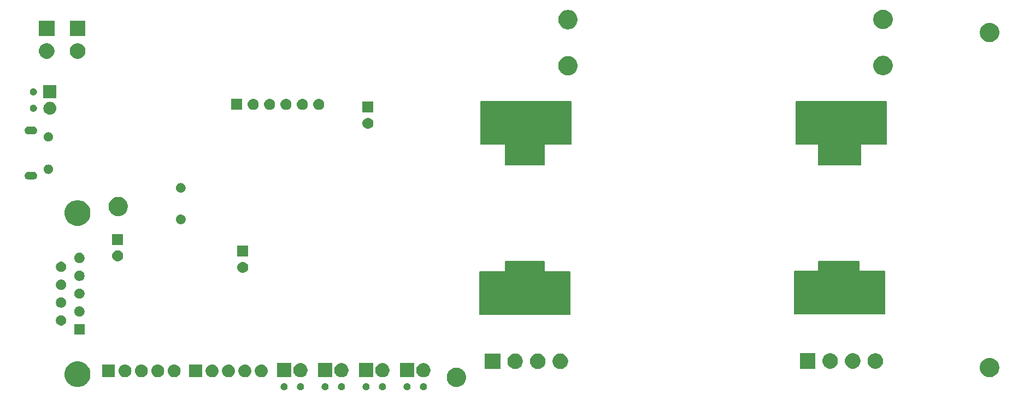
<source format=gbr>
G04 #@! TF.GenerationSoftware,KiCad,Pcbnew,(5.0.1-3-g963ef8bb5)*
G04 #@! TF.CreationDate,2019-03-02T14:14:45+01:00*
G04 #@! TF.ProjectId,Arm_stepper,41726D5F737465707065722E6B696361,rev?*
G04 #@! TF.SameCoordinates,Original*
G04 #@! TF.FileFunction,Soldermask,Bot*
G04 #@! TF.FilePolarity,Negative*
%FSLAX46Y46*%
G04 Gerber Fmt 4.6, Leading zero omitted, Abs format (unit mm)*
G04 Created by KiCad (PCBNEW (5.0.1-3-g963ef8bb5)) date 2019 March 02, Saturday 14:14:45*
%MOMM*%
%LPD*%
G01*
G04 APERTURE LIST*
%ADD10C,0.150000*%
%ADD11C,0.100000*%
G04 APERTURE END LIST*
D10*
G36*
X167500000Y-135500000D02*
X167750000Y-135500000D01*
X167750000Y-137000000D01*
X167500000Y-137000000D01*
X167500000Y-135500000D01*
G37*
X167500000Y-135500000D02*
X167750000Y-135500000D01*
X167750000Y-137000000D01*
X167500000Y-137000000D01*
X167500000Y-135500000D01*
G36*
X162000000Y-135500000D02*
X161500000Y-135500000D01*
X161500000Y-137000000D01*
X162000000Y-137000000D01*
X162000000Y-135500000D01*
G37*
X162000000Y-135500000D02*
X161500000Y-135500000D01*
X161500000Y-137000000D01*
X162000000Y-137000000D01*
X162000000Y-135500000D01*
G36*
X162000000Y-135500000D02*
X167500000Y-135500000D01*
X167500000Y-137000000D01*
X162000000Y-137000000D01*
X162000000Y-135500000D01*
G37*
X162000000Y-135500000D02*
X167500000Y-135500000D01*
X167500000Y-137000000D01*
X162000000Y-137000000D01*
X162000000Y-135500000D01*
G36*
X161500000Y-117500000D02*
X161500000Y-120500000D01*
X168000000Y-120500000D01*
X168000000Y-117000000D01*
X161500000Y-117000000D01*
X161500000Y-117500000D01*
G37*
X161500000Y-117500000D02*
X161500000Y-120500000D01*
X168000000Y-120500000D01*
X168000000Y-117000000D01*
X161500000Y-117000000D01*
X161500000Y-117500000D01*
G36*
X113000000Y-135500000D02*
X119000000Y-135500000D01*
X119000000Y-137500000D01*
X113000000Y-137500000D01*
X113000000Y-135500000D01*
G37*
X113000000Y-135500000D02*
X119000000Y-135500000D01*
X119000000Y-137500000D01*
X113000000Y-137500000D01*
X113000000Y-135500000D01*
G36*
X113000000Y-117000000D02*
X113000000Y-120500000D01*
X119000000Y-120500000D01*
X119000000Y-117000000D01*
X113000000Y-117000000D01*
G37*
X113000000Y-117000000D02*
X113000000Y-120500000D01*
X119000000Y-120500000D01*
X119000000Y-117000000D01*
X113000000Y-117000000D01*
G36*
X158030000Y-110704000D02*
X172000000Y-110704000D01*
X172000000Y-117308000D01*
X158030000Y-117308000D01*
X158030000Y-110704000D01*
G37*
X158030000Y-110704000D02*
X172000000Y-110704000D01*
X172000000Y-117308000D01*
X158030000Y-117308000D01*
X158030000Y-110704000D01*
G36*
X157826800Y-137069200D02*
X171796800Y-137069200D01*
X171796800Y-143673200D01*
X157826800Y-143673200D01*
X157826800Y-137069200D01*
G37*
X157826800Y-137069200D02*
X171796800Y-137069200D01*
X171796800Y-143673200D01*
X157826800Y-143673200D01*
X157826800Y-137069200D01*
G36*
X109016800Y-137109200D02*
X122986800Y-137109200D01*
X122986800Y-143713200D01*
X109016800Y-143713200D01*
X109016800Y-137109200D01*
G37*
X109016800Y-137109200D02*
X122986800Y-137109200D01*
X122986800Y-143713200D01*
X109016800Y-143713200D01*
X109016800Y-137109200D01*
G36*
X109220000Y-110744000D02*
X123190000Y-110744000D01*
X123190000Y-117348000D01*
X109220000Y-117348000D01*
X109220000Y-110744000D01*
G37*
X109220000Y-110744000D02*
X123190000Y-110744000D01*
X123190000Y-117348000D01*
X109220000Y-117348000D01*
X109220000Y-110744000D01*
D11*
G36*
X100379590Y-154397045D02*
X100450429Y-154411136D01*
X100550523Y-154452597D01*
X100640607Y-154512789D01*
X100717211Y-154589393D01*
X100717213Y-154589396D01*
X100777403Y-154679477D01*
X100818864Y-154779571D01*
X100818864Y-154779573D01*
X100840000Y-154885829D01*
X100840000Y-154994171D01*
X100836851Y-155010000D01*
X100818864Y-155100429D01*
X100777403Y-155200523D01*
X100717211Y-155290607D01*
X100640607Y-155367211D01*
X100640604Y-155367213D01*
X100550523Y-155427403D01*
X100450429Y-155468864D01*
X100379590Y-155482955D01*
X100344171Y-155490000D01*
X100235829Y-155490000D01*
X100200410Y-155482955D01*
X100129571Y-155468864D01*
X100029477Y-155427403D01*
X99939396Y-155367213D01*
X99939393Y-155367211D01*
X99862789Y-155290607D01*
X99802597Y-155200523D01*
X99761136Y-155100429D01*
X99743149Y-155010000D01*
X99740000Y-154994171D01*
X99740000Y-154885829D01*
X99761136Y-154779573D01*
X99761136Y-154779571D01*
X99802597Y-154679477D01*
X99862787Y-154589396D01*
X99862789Y-154589393D01*
X99939393Y-154512789D01*
X100029477Y-154452597D01*
X100129571Y-154411136D01*
X100200410Y-154397045D01*
X100235829Y-154390000D01*
X100344171Y-154390000D01*
X100379590Y-154397045D01*
X100379590Y-154397045D01*
G37*
G36*
X97839590Y-154397045D02*
X97910429Y-154411136D01*
X98010523Y-154452597D01*
X98100607Y-154512789D01*
X98177211Y-154589393D01*
X98177213Y-154589396D01*
X98237403Y-154679477D01*
X98278864Y-154779571D01*
X98278864Y-154779573D01*
X98300000Y-154885829D01*
X98300000Y-154994171D01*
X98296851Y-155010000D01*
X98278864Y-155100429D01*
X98237403Y-155200523D01*
X98177211Y-155290607D01*
X98100607Y-155367211D01*
X98100604Y-155367213D01*
X98010523Y-155427403D01*
X97910429Y-155468864D01*
X97839590Y-155482955D01*
X97804171Y-155490000D01*
X97695829Y-155490000D01*
X97660410Y-155482955D01*
X97589571Y-155468864D01*
X97489477Y-155427403D01*
X97399396Y-155367213D01*
X97399393Y-155367211D01*
X97322789Y-155290607D01*
X97262597Y-155200523D01*
X97221136Y-155100429D01*
X97203149Y-155010000D01*
X97200000Y-154994171D01*
X97200000Y-154885829D01*
X97221136Y-154779573D01*
X97221136Y-154779571D01*
X97262597Y-154679477D01*
X97322787Y-154589396D01*
X97322789Y-154589393D01*
X97399393Y-154512789D01*
X97489477Y-154452597D01*
X97589571Y-154411136D01*
X97660410Y-154397045D01*
X97695829Y-154390000D01*
X97804171Y-154390000D01*
X97839590Y-154397045D01*
X97839590Y-154397045D01*
G37*
G36*
X94029590Y-154397045D02*
X94100429Y-154411136D01*
X94200523Y-154452597D01*
X94290607Y-154512789D01*
X94367211Y-154589393D01*
X94367213Y-154589396D01*
X94427403Y-154679477D01*
X94468864Y-154779571D01*
X94468864Y-154779573D01*
X94490000Y-154885829D01*
X94490000Y-154994171D01*
X94486851Y-155010000D01*
X94468864Y-155100429D01*
X94427403Y-155200523D01*
X94367211Y-155290607D01*
X94290607Y-155367211D01*
X94290604Y-155367213D01*
X94200523Y-155427403D01*
X94100429Y-155468864D01*
X94029590Y-155482955D01*
X93994171Y-155490000D01*
X93885829Y-155490000D01*
X93850410Y-155482955D01*
X93779571Y-155468864D01*
X93679477Y-155427403D01*
X93589396Y-155367213D01*
X93589393Y-155367211D01*
X93512789Y-155290607D01*
X93452597Y-155200523D01*
X93411136Y-155100429D01*
X93393149Y-155010000D01*
X93390000Y-154994171D01*
X93390000Y-154885829D01*
X93411136Y-154779573D01*
X93411136Y-154779571D01*
X93452597Y-154679477D01*
X93512787Y-154589396D01*
X93512789Y-154589393D01*
X93589393Y-154512789D01*
X93679477Y-154452597D01*
X93779571Y-154411136D01*
X93850410Y-154397045D01*
X93885829Y-154390000D01*
X93994171Y-154390000D01*
X94029590Y-154397045D01*
X94029590Y-154397045D01*
G37*
G36*
X91489590Y-154397045D02*
X91560429Y-154411136D01*
X91660523Y-154452597D01*
X91750607Y-154512789D01*
X91827211Y-154589393D01*
X91827213Y-154589396D01*
X91887403Y-154679477D01*
X91928864Y-154779571D01*
X91928864Y-154779573D01*
X91950000Y-154885829D01*
X91950000Y-154994171D01*
X91946851Y-155010000D01*
X91928864Y-155100429D01*
X91887403Y-155200523D01*
X91827211Y-155290607D01*
X91750607Y-155367211D01*
X91750604Y-155367213D01*
X91660523Y-155427403D01*
X91560429Y-155468864D01*
X91489590Y-155482955D01*
X91454171Y-155490000D01*
X91345829Y-155490000D01*
X91310410Y-155482955D01*
X91239571Y-155468864D01*
X91139477Y-155427403D01*
X91049396Y-155367213D01*
X91049393Y-155367211D01*
X90972789Y-155290607D01*
X90912597Y-155200523D01*
X90871136Y-155100429D01*
X90853149Y-155010000D01*
X90850000Y-154994171D01*
X90850000Y-154885829D01*
X90871136Y-154779573D01*
X90871136Y-154779571D01*
X90912597Y-154679477D01*
X90972787Y-154589396D01*
X90972789Y-154589393D01*
X91049393Y-154512789D01*
X91139477Y-154452597D01*
X91239571Y-154411136D01*
X91310410Y-154397045D01*
X91345829Y-154390000D01*
X91454171Y-154390000D01*
X91489590Y-154397045D01*
X91489590Y-154397045D01*
G37*
G36*
X87679590Y-154397045D02*
X87750429Y-154411136D01*
X87850523Y-154452597D01*
X87940607Y-154512789D01*
X88017211Y-154589393D01*
X88017213Y-154589396D01*
X88077403Y-154679477D01*
X88118864Y-154779571D01*
X88118864Y-154779573D01*
X88140000Y-154885829D01*
X88140000Y-154994171D01*
X88136851Y-155010000D01*
X88118864Y-155100429D01*
X88077403Y-155200523D01*
X88017211Y-155290607D01*
X87940607Y-155367211D01*
X87940604Y-155367213D01*
X87850523Y-155427403D01*
X87750429Y-155468864D01*
X87679590Y-155482955D01*
X87644171Y-155490000D01*
X87535829Y-155490000D01*
X87500410Y-155482955D01*
X87429571Y-155468864D01*
X87329477Y-155427403D01*
X87239396Y-155367213D01*
X87239393Y-155367211D01*
X87162789Y-155290607D01*
X87102597Y-155200523D01*
X87061136Y-155100429D01*
X87043149Y-155010000D01*
X87040000Y-154994171D01*
X87040000Y-154885829D01*
X87061136Y-154779573D01*
X87061136Y-154779571D01*
X87102597Y-154679477D01*
X87162787Y-154589396D01*
X87162789Y-154589393D01*
X87239393Y-154512789D01*
X87329477Y-154452597D01*
X87429571Y-154411136D01*
X87500410Y-154397045D01*
X87535829Y-154390000D01*
X87644171Y-154390000D01*
X87679590Y-154397045D01*
X87679590Y-154397045D01*
G37*
G36*
X85139590Y-154397045D02*
X85210429Y-154411136D01*
X85310523Y-154452597D01*
X85400607Y-154512789D01*
X85477211Y-154589393D01*
X85477213Y-154589396D01*
X85537403Y-154679477D01*
X85578864Y-154779571D01*
X85578864Y-154779573D01*
X85600000Y-154885829D01*
X85600000Y-154994171D01*
X85596851Y-155010000D01*
X85578864Y-155100429D01*
X85537403Y-155200523D01*
X85477211Y-155290607D01*
X85400607Y-155367211D01*
X85400604Y-155367213D01*
X85310523Y-155427403D01*
X85210429Y-155468864D01*
X85139590Y-155482955D01*
X85104171Y-155490000D01*
X84995829Y-155490000D01*
X84960410Y-155482955D01*
X84889571Y-155468864D01*
X84789477Y-155427403D01*
X84699396Y-155367213D01*
X84699393Y-155367211D01*
X84622789Y-155290607D01*
X84562597Y-155200523D01*
X84521136Y-155100429D01*
X84503149Y-155010000D01*
X84500000Y-154994171D01*
X84500000Y-154885829D01*
X84521136Y-154779573D01*
X84521136Y-154779571D01*
X84562597Y-154679477D01*
X84622787Y-154589396D01*
X84622789Y-154589393D01*
X84699393Y-154512789D01*
X84789477Y-154452597D01*
X84889571Y-154411136D01*
X84960410Y-154397045D01*
X84995829Y-154390000D01*
X85104171Y-154390000D01*
X85139590Y-154397045D01*
X85139590Y-154397045D01*
G37*
G36*
X81329590Y-154397045D02*
X81400429Y-154411136D01*
X81500523Y-154452597D01*
X81590607Y-154512789D01*
X81667211Y-154589393D01*
X81667213Y-154589396D01*
X81727403Y-154679477D01*
X81768864Y-154779571D01*
X81768864Y-154779573D01*
X81790000Y-154885829D01*
X81790000Y-154994171D01*
X81786851Y-155010000D01*
X81768864Y-155100429D01*
X81727403Y-155200523D01*
X81667211Y-155290607D01*
X81590607Y-155367211D01*
X81590604Y-155367213D01*
X81500523Y-155427403D01*
X81400429Y-155468864D01*
X81329590Y-155482955D01*
X81294171Y-155490000D01*
X81185829Y-155490000D01*
X81150410Y-155482955D01*
X81079571Y-155468864D01*
X80979477Y-155427403D01*
X80889396Y-155367213D01*
X80889393Y-155367211D01*
X80812789Y-155290607D01*
X80752597Y-155200523D01*
X80711136Y-155100429D01*
X80693149Y-155010000D01*
X80690000Y-154994171D01*
X80690000Y-154885829D01*
X80711136Y-154779573D01*
X80711136Y-154779571D01*
X80752597Y-154679477D01*
X80812787Y-154589396D01*
X80812789Y-154589393D01*
X80889393Y-154512789D01*
X80979477Y-154452597D01*
X81079571Y-154411136D01*
X81150410Y-154397045D01*
X81185829Y-154390000D01*
X81294171Y-154390000D01*
X81329590Y-154397045D01*
X81329590Y-154397045D01*
G37*
G36*
X78789590Y-154397045D02*
X78860429Y-154411136D01*
X78960523Y-154452597D01*
X79050607Y-154512789D01*
X79127211Y-154589393D01*
X79127213Y-154589396D01*
X79187403Y-154679477D01*
X79228864Y-154779571D01*
X79228864Y-154779573D01*
X79250000Y-154885829D01*
X79250000Y-154994171D01*
X79246851Y-155010000D01*
X79228864Y-155100429D01*
X79187403Y-155200523D01*
X79127211Y-155290607D01*
X79050607Y-155367211D01*
X79050604Y-155367213D01*
X78960523Y-155427403D01*
X78860429Y-155468864D01*
X78789590Y-155482955D01*
X78754171Y-155490000D01*
X78645829Y-155490000D01*
X78610410Y-155482955D01*
X78539571Y-155468864D01*
X78439477Y-155427403D01*
X78349396Y-155367213D01*
X78349393Y-155367211D01*
X78272789Y-155290607D01*
X78212597Y-155200523D01*
X78171136Y-155100429D01*
X78153149Y-155010000D01*
X78150000Y-154994171D01*
X78150000Y-154885829D01*
X78171136Y-154779573D01*
X78171136Y-154779571D01*
X78212597Y-154679477D01*
X78272787Y-154589396D01*
X78272789Y-154589393D01*
X78349393Y-154512789D01*
X78439477Y-154452597D01*
X78539571Y-154411136D01*
X78610410Y-154397045D01*
X78645829Y-154390000D01*
X78754171Y-154390000D01*
X78789590Y-154397045D01*
X78789590Y-154397045D01*
G37*
G36*
X47273378Y-151086859D02*
X47637354Y-151237622D01*
X47964929Y-151456501D01*
X48243499Y-151735071D01*
X48462378Y-152062646D01*
X48613141Y-152426622D01*
X48690000Y-152813016D01*
X48690000Y-153206984D01*
X48613141Y-153593378D01*
X48462378Y-153957354D01*
X48243499Y-154284929D01*
X47964929Y-154563499D01*
X47637354Y-154782378D01*
X47273378Y-154933141D01*
X46886984Y-155010000D01*
X46493016Y-155010000D01*
X46106622Y-154933141D01*
X45742646Y-154782378D01*
X45415071Y-154563499D01*
X45136501Y-154284929D01*
X44917622Y-153957354D01*
X44766859Y-153593378D01*
X44690000Y-153206984D01*
X44690000Y-152813016D01*
X44766859Y-152426622D01*
X44917622Y-152062646D01*
X45136501Y-151735071D01*
X45415071Y-151456501D01*
X45742646Y-151237622D01*
X46106622Y-151086859D01*
X46493016Y-151010000D01*
X46886984Y-151010000D01*
X47273378Y-151086859D01*
X47273378Y-151086859D01*
G37*
G36*
X105740935Y-152038429D02*
X105837534Y-152057644D01*
X105977607Y-152115664D01*
X106069879Y-152153884D01*
X106110517Y-152170717D01*
X106310085Y-152304065D01*
X106356197Y-152334876D01*
X106565124Y-152543803D01*
X106729284Y-152789485D01*
X106842356Y-153062467D01*
X106900000Y-153352261D01*
X106900000Y-153647739D01*
X106842356Y-153937533D01*
X106729284Y-154210515D01*
X106565124Y-154456197D01*
X106356197Y-154665124D01*
X106356194Y-154665126D01*
X106110517Y-154829283D01*
X105837534Y-154942356D01*
X105740935Y-154961571D01*
X105547739Y-155000000D01*
X105252261Y-155000000D01*
X105059065Y-154961571D01*
X104962466Y-154942356D01*
X104689483Y-154829283D01*
X104443806Y-154665126D01*
X104443803Y-154665124D01*
X104234876Y-154456197D01*
X104070716Y-154210515D01*
X103957644Y-153937533D01*
X103900000Y-153647739D01*
X103900000Y-153352261D01*
X103957644Y-153062467D01*
X104070716Y-152789485D01*
X104234876Y-152543803D01*
X104443803Y-152334876D01*
X104489915Y-152304065D01*
X104689483Y-152170717D01*
X104730122Y-152153884D01*
X104822393Y-152115664D01*
X104962466Y-152057644D01*
X105059065Y-152038429D01*
X105252261Y-152000000D01*
X105547739Y-152000000D01*
X105740935Y-152038429D01*
X105740935Y-152038429D01*
G37*
G36*
X79800000Y-153500000D02*
X77600000Y-153500000D01*
X77600000Y-151300000D01*
X79800000Y-151300000D01*
X79800000Y-153500000D01*
X79800000Y-153500000D01*
G37*
G36*
X92500000Y-153500000D02*
X90300000Y-153500000D01*
X90300000Y-151300000D01*
X92500000Y-151300000D01*
X92500000Y-153500000D01*
X92500000Y-153500000D01*
G37*
G36*
X188340935Y-150538429D02*
X188437534Y-150557644D01*
X188563870Y-150609974D01*
X188660437Y-150649973D01*
X188710517Y-150670717D01*
X188952920Y-150832687D01*
X188956197Y-150834876D01*
X189165124Y-151043803D01*
X189165126Y-151043806D01*
X189329283Y-151289483D01*
X189435361Y-151545578D01*
X189442356Y-151562467D01*
X189500000Y-151852261D01*
X189500000Y-152147739D01*
X189471372Y-152291659D01*
X189444527Y-152426622D01*
X189442356Y-152437533D01*
X189329284Y-152710515D01*
X189165124Y-152956197D01*
X188956197Y-153165124D01*
X188956194Y-153165126D01*
X188710517Y-153329283D01*
X188710516Y-153329284D01*
X188710515Y-153329284D01*
X188696553Y-153335067D01*
X188437534Y-153442356D01*
X188360258Y-153457727D01*
X188147739Y-153500000D01*
X187852261Y-153500000D01*
X187639742Y-153457727D01*
X187562466Y-153442356D01*
X187303447Y-153335067D01*
X187289485Y-153329284D01*
X187289484Y-153329284D01*
X187289483Y-153329283D01*
X187043806Y-153165126D01*
X187043803Y-153165124D01*
X186834876Y-152956197D01*
X186670716Y-152710515D01*
X186557644Y-152437533D01*
X186555474Y-152426622D01*
X186528628Y-152291659D01*
X186500000Y-152147739D01*
X186500000Y-151852261D01*
X186557644Y-151562467D01*
X186564640Y-151545578D01*
X186670717Y-151289483D01*
X186834874Y-151043806D01*
X186834876Y-151043803D01*
X187043803Y-150834876D01*
X187047080Y-150832687D01*
X187289483Y-150670717D01*
X187339564Y-150649973D01*
X187436130Y-150609974D01*
X187562466Y-150557644D01*
X187659065Y-150538429D01*
X187852261Y-150500000D01*
X188147739Y-150500000D01*
X188340935Y-150538429D01*
X188340935Y-150538429D01*
G37*
G36*
X100610857Y-151342272D02*
X100811042Y-151425191D01*
X100811045Y-151425193D01*
X100965523Y-151528412D01*
X100991213Y-151545578D01*
X101144422Y-151698787D01*
X101144424Y-151698790D01*
X101144425Y-151698791D01*
X101188634Y-151764955D01*
X101264809Y-151878958D01*
X101347728Y-152079143D01*
X101390000Y-152291658D01*
X101390000Y-152508342D01*
X101347728Y-152720857D01*
X101264809Y-152921042D01*
X101264807Y-152921045D01*
X101170312Y-153062467D01*
X101144422Y-153101213D01*
X100991213Y-153254422D01*
X100811042Y-153374809D01*
X100610857Y-153457728D01*
X100398342Y-153500000D01*
X100181658Y-153500000D01*
X99969143Y-153457728D01*
X99768958Y-153374809D01*
X99588787Y-153254422D01*
X99435578Y-153101213D01*
X99409689Y-153062467D01*
X99315193Y-152921045D01*
X99315191Y-152921042D01*
X99232272Y-152720857D01*
X99190000Y-152508342D01*
X99190000Y-152291658D01*
X99232272Y-152079143D01*
X99315191Y-151878958D01*
X99391366Y-151764955D01*
X99435575Y-151698791D01*
X99435576Y-151698790D01*
X99435578Y-151698787D01*
X99588787Y-151545578D01*
X99614478Y-151528412D01*
X99768955Y-151425193D01*
X99768958Y-151425191D01*
X99969143Y-151342272D01*
X100181658Y-151300000D01*
X100398342Y-151300000D01*
X100610857Y-151342272D01*
X100610857Y-151342272D01*
G37*
G36*
X98850000Y-153500000D02*
X96650000Y-153500000D01*
X96650000Y-151300000D01*
X98850000Y-151300000D01*
X98850000Y-153500000D01*
X98850000Y-153500000D01*
G37*
G36*
X94260857Y-151342272D02*
X94461042Y-151425191D01*
X94461045Y-151425193D01*
X94615523Y-151528412D01*
X94641213Y-151545578D01*
X94794422Y-151698787D01*
X94794424Y-151698790D01*
X94794425Y-151698791D01*
X94838634Y-151764955D01*
X94914809Y-151878958D01*
X94997728Y-152079143D01*
X95040000Y-152291658D01*
X95040000Y-152508342D01*
X94997728Y-152720857D01*
X94914809Y-152921042D01*
X94914807Y-152921045D01*
X94820312Y-153062467D01*
X94794422Y-153101213D01*
X94641213Y-153254422D01*
X94461042Y-153374809D01*
X94260857Y-153457728D01*
X94048342Y-153500000D01*
X93831658Y-153500000D01*
X93619143Y-153457728D01*
X93418958Y-153374809D01*
X93238787Y-153254422D01*
X93085578Y-153101213D01*
X93059689Y-153062467D01*
X92965193Y-152921045D01*
X92965191Y-152921042D01*
X92882272Y-152720857D01*
X92840000Y-152508342D01*
X92840000Y-152291658D01*
X92882272Y-152079143D01*
X92965191Y-151878958D01*
X93041366Y-151764955D01*
X93085575Y-151698791D01*
X93085576Y-151698790D01*
X93085578Y-151698787D01*
X93238787Y-151545578D01*
X93264478Y-151528412D01*
X93418955Y-151425193D01*
X93418958Y-151425191D01*
X93619143Y-151342272D01*
X93831658Y-151300000D01*
X94048342Y-151300000D01*
X94260857Y-151342272D01*
X94260857Y-151342272D01*
G37*
G36*
X86150000Y-153500000D02*
X83950000Y-153500000D01*
X83950000Y-151300000D01*
X86150000Y-151300000D01*
X86150000Y-153500000D01*
X86150000Y-153500000D01*
G37*
G36*
X87910857Y-151342272D02*
X88111042Y-151425191D01*
X88111045Y-151425193D01*
X88265523Y-151528412D01*
X88291213Y-151545578D01*
X88444422Y-151698787D01*
X88444424Y-151698790D01*
X88444425Y-151698791D01*
X88488634Y-151764955D01*
X88564809Y-151878958D01*
X88647728Y-152079143D01*
X88690000Y-152291658D01*
X88690000Y-152508342D01*
X88647728Y-152720857D01*
X88564809Y-152921042D01*
X88564807Y-152921045D01*
X88470312Y-153062467D01*
X88444422Y-153101213D01*
X88291213Y-153254422D01*
X88111042Y-153374809D01*
X87910857Y-153457728D01*
X87698342Y-153500000D01*
X87481658Y-153500000D01*
X87269143Y-153457728D01*
X87068958Y-153374809D01*
X86888787Y-153254422D01*
X86735578Y-153101213D01*
X86709689Y-153062467D01*
X86615193Y-152921045D01*
X86615191Y-152921042D01*
X86532272Y-152720857D01*
X86490000Y-152508342D01*
X86490000Y-152291658D01*
X86532272Y-152079143D01*
X86615191Y-151878958D01*
X86691366Y-151764955D01*
X86735575Y-151698791D01*
X86735576Y-151698790D01*
X86735578Y-151698787D01*
X86888787Y-151545578D01*
X86914478Y-151528412D01*
X87068955Y-151425193D01*
X87068958Y-151425191D01*
X87269143Y-151342272D01*
X87481658Y-151300000D01*
X87698342Y-151300000D01*
X87910857Y-151342272D01*
X87910857Y-151342272D01*
G37*
G36*
X81560857Y-151342272D02*
X81761042Y-151425191D01*
X81761045Y-151425193D01*
X81915523Y-151528412D01*
X81941213Y-151545578D01*
X82094422Y-151698787D01*
X82094424Y-151698790D01*
X82094425Y-151698791D01*
X82138634Y-151764955D01*
X82214809Y-151878958D01*
X82297728Y-152079143D01*
X82340000Y-152291658D01*
X82340000Y-152508342D01*
X82297728Y-152720857D01*
X82214809Y-152921042D01*
X82214807Y-152921045D01*
X82120312Y-153062467D01*
X82094422Y-153101213D01*
X81941213Y-153254422D01*
X81761042Y-153374809D01*
X81560857Y-153457728D01*
X81348342Y-153500000D01*
X81131658Y-153500000D01*
X80919143Y-153457728D01*
X80718958Y-153374809D01*
X80538787Y-153254422D01*
X80385578Y-153101213D01*
X80359689Y-153062467D01*
X80265193Y-152921045D01*
X80265191Y-152921042D01*
X80182272Y-152720857D01*
X80140000Y-152508342D01*
X80140000Y-152291658D01*
X80182272Y-152079143D01*
X80265191Y-151878958D01*
X80341366Y-151764955D01*
X80385575Y-151698791D01*
X80385576Y-151698790D01*
X80385578Y-151698787D01*
X80538787Y-151545578D01*
X80564478Y-151528412D01*
X80718955Y-151425193D01*
X80718958Y-151425191D01*
X80919143Y-151342272D01*
X81131658Y-151300000D01*
X81348342Y-151300000D01*
X81560857Y-151342272D01*
X81560857Y-151342272D01*
G37*
G36*
X70254958Y-151512906D02*
X70275935Y-151514972D01*
X70320240Y-151528412D01*
X70464339Y-151572124D01*
X70637974Y-151664933D01*
X70790166Y-151789834D01*
X70915067Y-151942026D01*
X71007876Y-152115661D01*
X71033460Y-152200000D01*
X71061265Y-152291659D01*
X71065028Y-152304066D01*
X71084326Y-152500000D01*
X71080011Y-152543806D01*
X71065028Y-152695935D01*
X71050740Y-152743035D01*
X71007876Y-152884339D01*
X70915067Y-153057974D01*
X70790166Y-153210166D01*
X70637974Y-153335067D01*
X70464339Y-153427876D01*
X70323035Y-153470740D01*
X70275935Y-153485028D01*
X70254958Y-153487094D01*
X70129100Y-153499490D01*
X70030900Y-153499490D01*
X69905042Y-153487094D01*
X69884065Y-153485028D01*
X69836965Y-153470740D01*
X69695661Y-153427876D01*
X69522026Y-153335067D01*
X69369834Y-153210166D01*
X69244933Y-153057974D01*
X69152124Y-152884339D01*
X69109260Y-152743035D01*
X69094972Y-152695935D01*
X69079989Y-152543806D01*
X69075674Y-152500000D01*
X69094972Y-152304066D01*
X69098736Y-152291659D01*
X69126540Y-152200000D01*
X69152124Y-152115661D01*
X69244933Y-151942026D01*
X69369834Y-151789834D01*
X69522026Y-151664933D01*
X69695661Y-151572124D01*
X69839760Y-151528412D01*
X69884065Y-151514972D01*
X69905042Y-151512906D01*
X70030900Y-151500510D01*
X70129100Y-151500510D01*
X70254958Y-151512906D01*
X70254958Y-151512906D01*
G37*
G36*
X52499490Y-153499490D02*
X50500510Y-153499490D01*
X50500510Y-151500510D01*
X52499490Y-151500510D01*
X52499490Y-153499490D01*
X52499490Y-153499490D01*
G37*
G36*
X59294958Y-151512906D02*
X59315935Y-151514972D01*
X59360240Y-151528412D01*
X59504339Y-151572124D01*
X59677974Y-151664933D01*
X59830166Y-151789834D01*
X59955067Y-151942026D01*
X60047876Y-152115661D01*
X60073460Y-152200000D01*
X60101265Y-152291659D01*
X60105028Y-152304066D01*
X60124326Y-152500000D01*
X60120011Y-152543806D01*
X60105028Y-152695935D01*
X60090740Y-152743035D01*
X60047876Y-152884339D01*
X59955067Y-153057974D01*
X59830166Y-153210166D01*
X59677974Y-153335067D01*
X59504339Y-153427876D01*
X59363035Y-153470740D01*
X59315935Y-153485028D01*
X59294958Y-153487094D01*
X59169100Y-153499490D01*
X59070900Y-153499490D01*
X58945042Y-153487094D01*
X58924065Y-153485028D01*
X58876965Y-153470740D01*
X58735661Y-153427876D01*
X58562026Y-153335067D01*
X58409834Y-153210166D01*
X58284933Y-153057974D01*
X58192124Y-152884339D01*
X58149260Y-152743035D01*
X58134972Y-152695935D01*
X58119989Y-152543806D01*
X58115674Y-152500000D01*
X58134972Y-152304066D01*
X58138736Y-152291659D01*
X58166540Y-152200000D01*
X58192124Y-152115661D01*
X58284933Y-151942026D01*
X58409834Y-151789834D01*
X58562026Y-151664933D01*
X58735661Y-151572124D01*
X58879760Y-151528412D01*
X58924065Y-151514972D01*
X58945042Y-151512906D01*
X59070900Y-151500510D01*
X59169100Y-151500510D01*
X59294958Y-151512906D01*
X59294958Y-151512906D01*
G37*
G36*
X75334958Y-151512906D02*
X75355935Y-151514972D01*
X75400240Y-151528412D01*
X75544339Y-151572124D01*
X75717974Y-151664933D01*
X75870166Y-151789834D01*
X75995067Y-151942026D01*
X76087876Y-152115661D01*
X76113460Y-152200000D01*
X76141265Y-152291659D01*
X76145028Y-152304066D01*
X76164326Y-152500000D01*
X76160011Y-152543806D01*
X76145028Y-152695935D01*
X76130740Y-152743035D01*
X76087876Y-152884339D01*
X75995067Y-153057974D01*
X75870166Y-153210166D01*
X75717974Y-153335067D01*
X75544339Y-153427876D01*
X75403035Y-153470740D01*
X75355935Y-153485028D01*
X75334958Y-153487094D01*
X75209100Y-153499490D01*
X75110900Y-153499490D01*
X74985042Y-153487094D01*
X74964065Y-153485028D01*
X74916965Y-153470740D01*
X74775661Y-153427876D01*
X74602026Y-153335067D01*
X74449834Y-153210166D01*
X74324933Y-153057974D01*
X74232124Y-152884339D01*
X74189260Y-152743035D01*
X74174972Y-152695935D01*
X74159989Y-152543806D01*
X74155674Y-152500000D01*
X74174972Y-152304066D01*
X74178736Y-152291659D01*
X74206540Y-152200000D01*
X74232124Y-152115661D01*
X74324933Y-151942026D01*
X74449834Y-151789834D01*
X74602026Y-151664933D01*
X74775661Y-151572124D01*
X74919760Y-151528412D01*
X74964065Y-151514972D01*
X74985042Y-151512906D01*
X75110900Y-151500510D01*
X75209100Y-151500510D01*
X75334958Y-151512906D01*
X75334958Y-151512906D01*
G37*
G36*
X67714958Y-151512906D02*
X67735935Y-151514972D01*
X67780240Y-151528412D01*
X67924339Y-151572124D01*
X68097974Y-151664933D01*
X68250166Y-151789834D01*
X68375067Y-151942026D01*
X68467876Y-152115661D01*
X68493460Y-152200000D01*
X68521265Y-152291659D01*
X68525028Y-152304066D01*
X68544326Y-152500000D01*
X68540011Y-152543806D01*
X68525028Y-152695935D01*
X68510740Y-152743035D01*
X68467876Y-152884339D01*
X68375067Y-153057974D01*
X68250166Y-153210166D01*
X68097974Y-153335067D01*
X67924339Y-153427876D01*
X67783035Y-153470740D01*
X67735935Y-153485028D01*
X67714958Y-153487094D01*
X67589100Y-153499490D01*
X67490900Y-153499490D01*
X67365042Y-153487094D01*
X67344065Y-153485028D01*
X67296965Y-153470740D01*
X67155661Y-153427876D01*
X66982026Y-153335067D01*
X66829834Y-153210166D01*
X66704933Y-153057974D01*
X66612124Y-152884339D01*
X66569260Y-152743035D01*
X66554972Y-152695935D01*
X66539989Y-152543806D01*
X66535674Y-152500000D01*
X66554972Y-152304066D01*
X66558736Y-152291659D01*
X66586540Y-152200000D01*
X66612124Y-152115661D01*
X66704933Y-151942026D01*
X66829834Y-151789834D01*
X66982026Y-151664933D01*
X67155661Y-151572124D01*
X67299760Y-151528412D01*
X67344065Y-151514972D01*
X67365042Y-151512906D01*
X67490900Y-151500510D01*
X67589100Y-151500510D01*
X67714958Y-151512906D01*
X67714958Y-151512906D01*
G37*
G36*
X72794958Y-151512906D02*
X72815935Y-151514972D01*
X72860240Y-151528412D01*
X73004339Y-151572124D01*
X73177974Y-151664933D01*
X73330166Y-151789834D01*
X73455067Y-151942026D01*
X73547876Y-152115661D01*
X73573460Y-152200000D01*
X73601265Y-152291659D01*
X73605028Y-152304066D01*
X73624326Y-152500000D01*
X73620011Y-152543806D01*
X73605028Y-152695935D01*
X73590740Y-152743035D01*
X73547876Y-152884339D01*
X73455067Y-153057974D01*
X73330166Y-153210166D01*
X73177974Y-153335067D01*
X73004339Y-153427876D01*
X72863035Y-153470740D01*
X72815935Y-153485028D01*
X72794958Y-153487094D01*
X72669100Y-153499490D01*
X72570900Y-153499490D01*
X72445042Y-153487094D01*
X72424065Y-153485028D01*
X72376965Y-153470740D01*
X72235661Y-153427876D01*
X72062026Y-153335067D01*
X71909834Y-153210166D01*
X71784933Y-153057974D01*
X71692124Y-152884339D01*
X71649260Y-152743035D01*
X71634972Y-152695935D01*
X71619989Y-152543806D01*
X71615674Y-152500000D01*
X71634972Y-152304066D01*
X71638736Y-152291659D01*
X71666540Y-152200000D01*
X71692124Y-152115661D01*
X71784933Y-151942026D01*
X71909834Y-151789834D01*
X72062026Y-151664933D01*
X72235661Y-151572124D01*
X72379760Y-151528412D01*
X72424065Y-151514972D01*
X72445042Y-151512906D01*
X72570900Y-151500510D01*
X72669100Y-151500510D01*
X72794958Y-151512906D01*
X72794958Y-151512906D01*
G37*
G36*
X65999490Y-153499490D02*
X64000510Y-153499490D01*
X64000510Y-151500510D01*
X65999490Y-151500510D01*
X65999490Y-153499490D01*
X65999490Y-153499490D01*
G37*
G36*
X61834958Y-151512906D02*
X61855935Y-151514972D01*
X61900240Y-151528412D01*
X62044339Y-151572124D01*
X62217974Y-151664933D01*
X62370166Y-151789834D01*
X62495067Y-151942026D01*
X62587876Y-152115661D01*
X62613460Y-152200000D01*
X62641265Y-152291659D01*
X62645028Y-152304066D01*
X62664326Y-152500000D01*
X62660011Y-152543806D01*
X62645028Y-152695935D01*
X62630740Y-152743035D01*
X62587876Y-152884339D01*
X62495067Y-153057974D01*
X62370166Y-153210166D01*
X62217974Y-153335067D01*
X62044339Y-153427876D01*
X61903035Y-153470740D01*
X61855935Y-153485028D01*
X61834958Y-153487094D01*
X61709100Y-153499490D01*
X61610900Y-153499490D01*
X61485042Y-153487094D01*
X61464065Y-153485028D01*
X61416965Y-153470740D01*
X61275661Y-153427876D01*
X61102026Y-153335067D01*
X60949834Y-153210166D01*
X60824933Y-153057974D01*
X60732124Y-152884339D01*
X60689260Y-152743035D01*
X60674972Y-152695935D01*
X60659989Y-152543806D01*
X60655674Y-152500000D01*
X60674972Y-152304066D01*
X60678736Y-152291659D01*
X60706540Y-152200000D01*
X60732124Y-152115661D01*
X60824933Y-151942026D01*
X60949834Y-151789834D01*
X61102026Y-151664933D01*
X61275661Y-151572124D01*
X61419760Y-151528412D01*
X61464065Y-151514972D01*
X61485042Y-151512906D01*
X61610900Y-151500510D01*
X61709100Y-151500510D01*
X61834958Y-151512906D01*
X61834958Y-151512906D01*
G37*
G36*
X56754958Y-151512906D02*
X56775935Y-151514972D01*
X56820240Y-151528412D01*
X56964339Y-151572124D01*
X57137974Y-151664933D01*
X57290166Y-151789834D01*
X57415067Y-151942026D01*
X57507876Y-152115661D01*
X57533460Y-152200000D01*
X57561265Y-152291659D01*
X57565028Y-152304066D01*
X57584326Y-152500000D01*
X57580011Y-152543806D01*
X57565028Y-152695935D01*
X57550740Y-152743035D01*
X57507876Y-152884339D01*
X57415067Y-153057974D01*
X57290166Y-153210166D01*
X57137974Y-153335067D01*
X56964339Y-153427876D01*
X56823035Y-153470740D01*
X56775935Y-153485028D01*
X56754958Y-153487094D01*
X56629100Y-153499490D01*
X56530900Y-153499490D01*
X56405042Y-153487094D01*
X56384065Y-153485028D01*
X56336965Y-153470740D01*
X56195661Y-153427876D01*
X56022026Y-153335067D01*
X55869834Y-153210166D01*
X55744933Y-153057974D01*
X55652124Y-152884339D01*
X55609260Y-152743035D01*
X55594972Y-152695935D01*
X55579989Y-152543806D01*
X55575674Y-152500000D01*
X55594972Y-152304066D01*
X55598736Y-152291659D01*
X55626540Y-152200000D01*
X55652124Y-152115661D01*
X55744933Y-151942026D01*
X55869834Y-151789834D01*
X56022026Y-151664933D01*
X56195661Y-151572124D01*
X56339760Y-151528412D01*
X56384065Y-151514972D01*
X56405042Y-151512906D01*
X56530900Y-151500510D01*
X56629100Y-151500510D01*
X56754958Y-151512906D01*
X56754958Y-151512906D01*
G37*
G36*
X54214958Y-151512906D02*
X54235935Y-151514972D01*
X54280240Y-151528412D01*
X54424339Y-151572124D01*
X54597974Y-151664933D01*
X54750166Y-151789834D01*
X54875067Y-151942026D01*
X54967876Y-152115661D01*
X54993460Y-152200000D01*
X55021265Y-152291659D01*
X55025028Y-152304066D01*
X55044326Y-152500000D01*
X55040011Y-152543806D01*
X55025028Y-152695935D01*
X55010740Y-152743035D01*
X54967876Y-152884339D01*
X54875067Y-153057974D01*
X54750166Y-153210166D01*
X54597974Y-153335067D01*
X54424339Y-153427876D01*
X54283035Y-153470740D01*
X54235935Y-153485028D01*
X54214958Y-153487094D01*
X54089100Y-153499490D01*
X53990900Y-153499490D01*
X53865042Y-153487094D01*
X53844065Y-153485028D01*
X53796965Y-153470740D01*
X53655661Y-153427876D01*
X53482026Y-153335067D01*
X53329834Y-153210166D01*
X53204933Y-153057974D01*
X53112124Y-152884339D01*
X53069260Y-152743035D01*
X53054972Y-152695935D01*
X53039989Y-152543806D01*
X53035674Y-152500000D01*
X53054972Y-152304066D01*
X53058736Y-152291659D01*
X53086540Y-152200000D01*
X53112124Y-152115661D01*
X53204933Y-151942026D01*
X53329834Y-151789834D01*
X53482026Y-151664933D01*
X53655661Y-151572124D01*
X53799760Y-151528412D01*
X53844065Y-151514972D01*
X53865042Y-151512906D01*
X53990900Y-151500510D01*
X54089100Y-151500510D01*
X54214958Y-151512906D01*
X54214958Y-151512906D01*
G37*
G36*
X121850026Y-149846115D02*
X122068412Y-149936573D01*
X122264958Y-150067901D01*
X122432099Y-150235042D01*
X122563427Y-150431588D01*
X122653885Y-150649974D01*
X122700000Y-150881809D01*
X122700000Y-151118191D01*
X122653885Y-151350026D01*
X122563427Y-151568412D01*
X122432099Y-151764958D01*
X122264958Y-151932099D01*
X122068412Y-152063427D01*
X121850026Y-152153885D01*
X121618191Y-152200000D01*
X121381809Y-152200000D01*
X121149974Y-152153885D01*
X120931588Y-152063427D01*
X120735042Y-151932099D01*
X120567901Y-151764958D01*
X120436573Y-151568412D01*
X120346115Y-151350026D01*
X120300000Y-151118191D01*
X120300000Y-150881809D01*
X120346115Y-150649974D01*
X120436573Y-150431588D01*
X120567901Y-150235042D01*
X120735042Y-150067901D01*
X120931588Y-149936573D01*
X121149974Y-149846115D01*
X121381809Y-149800000D01*
X121618191Y-149800000D01*
X121850026Y-149846115D01*
X121850026Y-149846115D01*
G37*
G36*
X118350026Y-149846115D02*
X118568412Y-149936573D01*
X118764958Y-150067901D01*
X118932099Y-150235042D01*
X119063427Y-150431588D01*
X119153885Y-150649974D01*
X119200000Y-150881809D01*
X119200000Y-151118191D01*
X119153885Y-151350026D01*
X119063427Y-151568412D01*
X118932099Y-151764958D01*
X118764958Y-151932099D01*
X118568412Y-152063427D01*
X118350026Y-152153885D01*
X118118191Y-152200000D01*
X117881809Y-152200000D01*
X117649974Y-152153885D01*
X117431588Y-152063427D01*
X117235042Y-151932099D01*
X117067901Y-151764958D01*
X116936573Y-151568412D01*
X116846115Y-151350026D01*
X116800000Y-151118191D01*
X116800000Y-150881809D01*
X116846115Y-150649974D01*
X116936573Y-150431588D01*
X117067901Y-150235042D01*
X117235042Y-150067901D01*
X117431588Y-149936573D01*
X117649974Y-149846115D01*
X117881809Y-149800000D01*
X118118191Y-149800000D01*
X118350026Y-149846115D01*
X118350026Y-149846115D01*
G37*
G36*
X114850026Y-149846115D02*
X115068412Y-149936573D01*
X115264958Y-150067901D01*
X115432099Y-150235042D01*
X115563427Y-150431588D01*
X115653885Y-150649974D01*
X115700000Y-150881809D01*
X115700000Y-151118191D01*
X115653885Y-151350026D01*
X115563427Y-151568412D01*
X115432099Y-151764958D01*
X115264958Y-151932099D01*
X115068412Y-152063427D01*
X114850026Y-152153885D01*
X114618191Y-152200000D01*
X114381809Y-152200000D01*
X114149974Y-152153885D01*
X113931588Y-152063427D01*
X113735042Y-151932099D01*
X113567901Y-151764958D01*
X113436573Y-151568412D01*
X113346115Y-151350026D01*
X113300000Y-151118191D01*
X113300000Y-150881809D01*
X113346115Y-150649974D01*
X113436573Y-150431588D01*
X113567901Y-150235042D01*
X113735042Y-150067901D01*
X113931588Y-149936573D01*
X114149974Y-149846115D01*
X114381809Y-149800000D01*
X114618191Y-149800000D01*
X114850026Y-149846115D01*
X114850026Y-149846115D01*
G37*
G36*
X112200000Y-152200000D02*
X109800000Y-152200000D01*
X109800000Y-149800000D01*
X112200000Y-149800000D01*
X112200000Y-152200000D01*
X112200000Y-152200000D01*
G37*
G36*
X170660026Y-149806115D02*
X170878412Y-149896573D01*
X171074958Y-150027901D01*
X171242099Y-150195042D01*
X171373427Y-150391588D01*
X171463885Y-150609974D01*
X171510000Y-150841809D01*
X171510000Y-151078191D01*
X171463885Y-151310026D01*
X171373427Y-151528412D01*
X171242099Y-151724958D01*
X171074958Y-151892099D01*
X170878412Y-152023427D01*
X170660026Y-152113885D01*
X170428191Y-152160000D01*
X170191809Y-152160000D01*
X169959974Y-152113885D01*
X169741588Y-152023427D01*
X169545042Y-151892099D01*
X169377901Y-151724958D01*
X169246573Y-151528412D01*
X169156115Y-151310026D01*
X169110000Y-151078191D01*
X169110000Y-150841809D01*
X169156115Y-150609974D01*
X169246573Y-150391588D01*
X169377901Y-150195042D01*
X169545042Y-150027901D01*
X169741588Y-149896573D01*
X169959974Y-149806115D01*
X170191809Y-149760000D01*
X170428191Y-149760000D01*
X170660026Y-149806115D01*
X170660026Y-149806115D01*
G37*
G36*
X167160026Y-149806115D02*
X167378412Y-149896573D01*
X167574958Y-150027901D01*
X167742099Y-150195042D01*
X167873427Y-150391588D01*
X167963885Y-150609974D01*
X168010000Y-150841809D01*
X168010000Y-151078191D01*
X167963885Y-151310026D01*
X167873427Y-151528412D01*
X167742099Y-151724958D01*
X167574958Y-151892099D01*
X167378412Y-152023427D01*
X167160026Y-152113885D01*
X166928191Y-152160000D01*
X166691809Y-152160000D01*
X166459974Y-152113885D01*
X166241588Y-152023427D01*
X166045042Y-151892099D01*
X165877901Y-151724958D01*
X165746573Y-151528412D01*
X165656115Y-151310026D01*
X165610000Y-151078191D01*
X165610000Y-150841809D01*
X165656115Y-150609974D01*
X165746573Y-150391588D01*
X165877901Y-150195042D01*
X166045042Y-150027901D01*
X166241588Y-149896573D01*
X166459974Y-149806115D01*
X166691809Y-149760000D01*
X166928191Y-149760000D01*
X167160026Y-149806115D01*
X167160026Y-149806115D01*
G37*
G36*
X163660026Y-149806115D02*
X163878412Y-149896573D01*
X164074958Y-150027901D01*
X164242099Y-150195042D01*
X164373427Y-150391588D01*
X164463885Y-150609974D01*
X164510000Y-150841809D01*
X164510000Y-151078191D01*
X164463885Y-151310026D01*
X164373427Y-151528412D01*
X164242099Y-151724958D01*
X164074958Y-151892099D01*
X163878412Y-152023427D01*
X163660026Y-152113885D01*
X163428191Y-152160000D01*
X163191809Y-152160000D01*
X162959974Y-152113885D01*
X162741588Y-152023427D01*
X162545042Y-151892099D01*
X162377901Y-151724958D01*
X162246573Y-151528412D01*
X162156115Y-151310026D01*
X162110000Y-151078191D01*
X162110000Y-150841809D01*
X162156115Y-150609974D01*
X162246573Y-150391588D01*
X162377901Y-150195042D01*
X162545042Y-150027901D01*
X162741588Y-149896573D01*
X162959974Y-149806115D01*
X163191809Y-149760000D01*
X163428191Y-149760000D01*
X163660026Y-149806115D01*
X163660026Y-149806115D01*
G37*
G36*
X161010000Y-152160000D02*
X158610000Y-152160000D01*
X158610000Y-149760000D01*
X161010000Y-149760000D01*
X161010000Y-152160000D01*
X161010000Y-152160000D01*
G37*
G36*
X47790000Y-146850000D02*
X46190000Y-146850000D01*
X46190000Y-145250000D01*
X47790000Y-145250000D01*
X47790000Y-146850000D01*
X47790000Y-146850000D01*
G37*
G36*
X44383352Y-143895743D02*
X44528941Y-143956048D01*
X44659973Y-144043601D01*
X44771399Y-144155027D01*
X44858952Y-144286059D01*
X44919257Y-144431648D01*
X44950000Y-144586205D01*
X44950000Y-144743795D01*
X44919257Y-144898352D01*
X44858952Y-145043941D01*
X44771399Y-145174973D01*
X44659973Y-145286399D01*
X44528941Y-145373952D01*
X44383352Y-145434257D01*
X44228795Y-145465000D01*
X44071205Y-145465000D01*
X43916648Y-145434257D01*
X43771059Y-145373952D01*
X43640027Y-145286399D01*
X43528601Y-145174973D01*
X43441048Y-145043941D01*
X43380743Y-144898352D01*
X43350000Y-144743795D01*
X43350000Y-144586205D01*
X43380743Y-144431648D01*
X43441048Y-144286059D01*
X43528601Y-144155027D01*
X43640027Y-144043601D01*
X43771059Y-143956048D01*
X43916648Y-143895743D01*
X44071205Y-143865000D01*
X44228795Y-143865000D01*
X44383352Y-143895743D01*
X44383352Y-143895743D01*
G37*
G36*
X47223352Y-142510743D02*
X47368941Y-142571048D01*
X47499973Y-142658601D01*
X47611399Y-142770027D01*
X47698952Y-142901059D01*
X47759257Y-143046648D01*
X47790000Y-143201205D01*
X47790000Y-143358795D01*
X47759257Y-143513352D01*
X47698952Y-143658941D01*
X47611399Y-143789973D01*
X47499973Y-143901399D01*
X47368941Y-143988952D01*
X47223352Y-144049257D01*
X47068795Y-144080000D01*
X46911205Y-144080000D01*
X46756648Y-144049257D01*
X46611059Y-143988952D01*
X46480027Y-143901399D01*
X46368601Y-143789973D01*
X46281048Y-143658941D01*
X46220743Y-143513352D01*
X46190000Y-143358795D01*
X46190000Y-143201205D01*
X46220743Y-143046648D01*
X46281048Y-142901059D01*
X46368601Y-142770027D01*
X46480027Y-142658601D01*
X46611059Y-142571048D01*
X46756648Y-142510743D01*
X46911205Y-142480000D01*
X47068795Y-142480000D01*
X47223352Y-142510743D01*
X47223352Y-142510743D01*
G37*
G36*
X44383352Y-141125743D02*
X44528941Y-141186048D01*
X44659973Y-141273601D01*
X44771399Y-141385027D01*
X44858952Y-141516059D01*
X44919257Y-141661648D01*
X44950000Y-141816205D01*
X44950000Y-141973795D01*
X44919257Y-142128352D01*
X44858952Y-142273941D01*
X44771399Y-142404973D01*
X44659973Y-142516399D01*
X44528941Y-142603952D01*
X44383352Y-142664257D01*
X44228795Y-142695000D01*
X44071205Y-142695000D01*
X43916648Y-142664257D01*
X43771059Y-142603952D01*
X43640027Y-142516399D01*
X43528601Y-142404973D01*
X43441048Y-142273941D01*
X43380743Y-142128352D01*
X43350000Y-141973795D01*
X43350000Y-141816205D01*
X43380743Y-141661648D01*
X43441048Y-141516059D01*
X43528601Y-141385027D01*
X43640027Y-141273601D01*
X43771059Y-141186048D01*
X43916648Y-141125743D01*
X44071205Y-141095000D01*
X44228795Y-141095000D01*
X44383352Y-141125743D01*
X44383352Y-141125743D01*
G37*
G36*
X47223352Y-139740743D02*
X47368941Y-139801048D01*
X47499973Y-139888601D01*
X47611399Y-140000027D01*
X47698952Y-140131059D01*
X47759257Y-140276648D01*
X47790000Y-140431205D01*
X47790000Y-140588795D01*
X47759257Y-140743352D01*
X47698952Y-140888941D01*
X47611399Y-141019973D01*
X47499973Y-141131399D01*
X47368941Y-141218952D01*
X47223352Y-141279257D01*
X47068795Y-141310000D01*
X46911205Y-141310000D01*
X46756648Y-141279257D01*
X46611059Y-141218952D01*
X46480027Y-141131399D01*
X46368601Y-141019973D01*
X46281048Y-140888941D01*
X46220743Y-140743352D01*
X46190000Y-140588795D01*
X46190000Y-140431205D01*
X46220743Y-140276648D01*
X46281048Y-140131059D01*
X46368601Y-140000027D01*
X46480027Y-139888601D01*
X46611059Y-139801048D01*
X46756648Y-139740743D01*
X46911205Y-139710000D01*
X47068795Y-139710000D01*
X47223352Y-139740743D01*
X47223352Y-139740743D01*
G37*
G36*
X44383352Y-138355743D02*
X44528941Y-138416048D01*
X44659973Y-138503601D01*
X44771399Y-138615027D01*
X44858952Y-138746059D01*
X44919257Y-138891648D01*
X44950000Y-139046205D01*
X44950000Y-139203795D01*
X44919257Y-139358352D01*
X44858952Y-139503941D01*
X44771399Y-139634973D01*
X44659973Y-139746399D01*
X44528941Y-139833952D01*
X44383352Y-139894257D01*
X44228795Y-139925000D01*
X44071205Y-139925000D01*
X43916648Y-139894257D01*
X43771059Y-139833952D01*
X43640027Y-139746399D01*
X43528601Y-139634973D01*
X43441048Y-139503941D01*
X43380743Y-139358352D01*
X43350000Y-139203795D01*
X43350000Y-139046205D01*
X43380743Y-138891648D01*
X43441048Y-138746059D01*
X43528601Y-138615027D01*
X43640027Y-138503601D01*
X43771059Y-138416048D01*
X43916648Y-138355743D01*
X44071205Y-138325000D01*
X44228795Y-138325000D01*
X44383352Y-138355743D01*
X44383352Y-138355743D01*
G37*
G36*
X47223352Y-136970743D02*
X47368941Y-137031048D01*
X47499973Y-137118601D01*
X47611399Y-137230027D01*
X47698952Y-137361059D01*
X47759257Y-137506648D01*
X47790000Y-137661205D01*
X47790000Y-137818795D01*
X47759257Y-137973352D01*
X47698952Y-138118941D01*
X47611399Y-138249973D01*
X47499973Y-138361399D01*
X47368941Y-138448952D01*
X47223352Y-138509257D01*
X47068795Y-138540000D01*
X46911205Y-138540000D01*
X46756648Y-138509257D01*
X46611059Y-138448952D01*
X46480027Y-138361399D01*
X46368601Y-138249973D01*
X46281048Y-138118941D01*
X46220743Y-137973352D01*
X46190000Y-137818795D01*
X46190000Y-137661205D01*
X46220743Y-137506648D01*
X46281048Y-137361059D01*
X46368601Y-137230027D01*
X46480027Y-137118601D01*
X46611059Y-137031048D01*
X46756648Y-136970743D01*
X46911205Y-136940000D01*
X47068795Y-136940000D01*
X47223352Y-136970743D01*
X47223352Y-136970743D01*
G37*
G36*
X72466630Y-135602299D02*
X72626855Y-135650903D01*
X72774520Y-135729831D01*
X72903949Y-135836051D01*
X73010169Y-135965480D01*
X73089097Y-136113145D01*
X73137701Y-136273370D01*
X73154112Y-136440000D01*
X73137701Y-136606630D01*
X73089097Y-136766855D01*
X73010169Y-136914520D01*
X72903949Y-137043949D01*
X72774520Y-137150169D01*
X72626855Y-137229097D01*
X72466630Y-137277701D01*
X72341752Y-137290000D01*
X72258248Y-137290000D01*
X72133370Y-137277701D01*
X71973145Y-137229097D01*
X71825480Y-137150169D01*
X71696051Y-137043949D01*
X71589831Y-136914520D01*
X71510903Y-136766855D01*
X71462299Y-136606630D01*
X71445888Y-136440000D01*
X71462299Y-136273370D01*
X71510903Y-136113145D01*
X71589831Y-135965480D01*
X71696051Y-135836051D01*
X71825480Y-135729831D01*
X71973145Y-135650903D01*
X72133370Y-135602299D01*
X72258248Y-135590000D01*
X72341752Y-135590000D01*
X72466630Y-135602299D01*
X72466630Y-135602299D01*
G37*
G36*
X44383352Y-135585743D02*
X44528941Y-135646048D01*
X44659973Y-135733601D01*
X44771399Y-135845027D01*
X44858952Y-135976059D01*
X44919257Y-136121648D01*
X44950000Y-136276205D01*
X44950000Y-136433795D01*
X44919257Y-136588352D01*
X44858952Y-136733941D01*
X44771399Y-136864973D01*
X44659973Y-136976399D01*
X44528941Y-137063952D01*
X44383352Y-137124257D01*
X44228795Y-137155000D01*
X44071205Y-137155000D01*
X43916648Y-137124257D01*
X43771059Y-137063952D01*
X43640027Y-136976399D01*
X43528601Y-136864973D01*
X43441048Y-136733941D01*
X43380743Y-136588352D01*
X43350000Y-136433795D01*
X43350000Y-136276205D01*
X43380743Y-136121648D01*
X43441048Y-135976059D01*
X43528601Y-135845027D01*
X43640027Y-135733601D01*
X43771059Y-135646048D01*
X43916648Y-135585743D01*
X44071205Y-135555000D01*
X44228795Y-135555000D01*
X44383352Y-135585743D01*
X44383352Y-135585743D01*
G37*
G36*
X47223352Y-134200743D02*
X47368941Y-134261048D01*
X47499973Y-134348601D01*
X47611399Y-134460027D01*
X47698952Y-134591059D01*
X47759257Y-134736648D01*
X47790000Y-134891205D01*
X47790000Y-135048795D01*
X47759257Y-135203352D01*
X47698952Y-135348941D01*
X47611399Y-135479973D01*
X47499973Y-135591399D01*
X47368941Y-135678952D01*
X47223352Y-135739257D01*
X47068795Y-135770000D01*
X46911205Y-135770000D01*
X46756648Y-135739257D01*
X46611059Y-135678952D01*
X46480027Y-135591399D01*
X46368601Y-135479973D01*
X46281048Y-135348941D01*
X46220743Y-135203352D01*
X46190000Y-135048795D01*
X46190000Y-134891205D01*
X46220743Y-134736648D01*
X46281048Y-134591059D01*
X46368601Y-134460027D01*
X46480027Y-134348601D01*
X46611059Y-134261048D01*
X46756648Y-134200743D01*
X46911205Y-134170000D01*
X47068795Y-134170000D01*
X47223352Y-134200743D01*
X47223352Y-134200743D01*
G37*
G36*
X53084990Y-133807699D02*
X53245215Y-133856303D01*
X53392880Y-133935231D01*
X53522309Y-134041451D01*
X53628529Y-134170880D01*
X53707457Y-134318545D01*
X53756061Y-134478770D01*
X53772472Y-134645400D01*
X53756061Y-134812030D01*
X53707457Y-134972255D01*
X53628529Y-135119920D01*
X53522309Y-135249349D01*
X53392880Y-135355569D01*
X53245215Y-135434497D01*
X53084990Y-135483101D01*
X52960112Y-135495400D01*
X52876608Y-135495400D01*
X52751730Y-135483101D01*
X52591505Y-135434497D01*
X52443840Y-135355569D01*
X52314411Y-135249349D01*
X52208191Y-135119920D01*
X52129263Y-134972255D01*
X52080659Y-134812030D01*
X52064248Y-134645400D01*
X52080659Y-134478770D01*
X52129263Y-134318545D01*
X52208191Y-134170880D01*
X52314411Y-134041451D01*
X52443840Y-133935231D01*
X52591505Y-133856303D01*
X52751730Y-133807699D01*
X52876608Y-133795400D01*
X52960112Y-133795400D01*
X53084990Y-133807699D01*
X53084990Y-133807699D01*
G37*
G36*
X73150000Y-134750000D02*
X71450000Y-134750000D01*
X71450000Y-133050000D01*
X73150000Y-133050000D01*
X73150000Y-134750000D01*
X73150000Y-134750000D01*
G37*
G36*
X53768360Y-132955400D02*
X52068360Y-132955400D01*
X52068360Y-131255400D01*
X53768360Y-131255400D01*
X53768360Y-132955400D01*
X53768360Y-132955400D01*
G37*
G36*
X47273378Y-126086859D02*
X47637354Y-126237622D01*
X47964929Y-126456501D01*
X48243499Y-126735071D01*
X48462378Y-127062646D01*
X48613141Y-127426622D01*
X48690000Y-127813016D01*
X48690000Y-128206984D01*
X48613141Y-128593378D01*
X48462378Y-128957354D01*
X48243499Y-129284929D01*
X47964929Y-129563499D01*
X47637354Y-129782378D01*
X47273378Y-129933141D01*
X46886984Y-130010000D01*
X46493016Y-130010000D01*
X46106622Y-129933141D01*
X45742646Y-129782378D01*
X45415071Y-129563499D01*
X45136501Y-129284929D01*
X44917622Y-128957354D01*
X44766859Y-128593378D01*
X44690000Y-128206984D01*
X44690000Y-127813016D01*
X44766859Y-127426622D01*
X44917622Y-127062646D01*
X45136501Y-126735071D01*
X45415071Y-126456501D01*
X45742646Y-126237622D01*
X46106622Y-126086859D01*
X46493016Y-126010000D01*
X46886984Y-126010000D01*
X47273378Y-126086859D01*
X47273378Y-126086859D01*
G37*
G36*
X62833518Y-128248811D02*
X62905967Y-128263222D01*
X62962503Y-128286640D01*
X63042457Y-128319758D01*
X63165300Y-128401839D01*
X63269761Y-128506300D01*
X63351842Y-128629143D01*
X63408378Y-128765634D01*
X63437200Y-128910530D01*
X63437200Y-129058270D01*
X63408378Y-129203166D01*
X63351842Y-129339657D01*
X63269761Y-129462500D01*
X63165300Y-129566961D01*
X63042457Y-129649042D01*
X62962503Y-129682160D01*
X62905967Y-129705578D01*
X62833518Y-129719989D01*
X62761070Y-129734400D01*
X62613330Y-129734400D01*
X62540882Y-129719989D01*
X62468433Y-129705578D01*
X62411897Y-129682160D01*
X62331943Y-129649042D01*
X62209100Y-129566961D01*
X62104639Y-129462500D01*
X62022558Y-129339657D01*
X61966022Y-129203166D01*
X61937200Y-129058270D01*
X61937200Y-128910530D01*
X61966022Y-128765634D01*
X62022558Y-128629143D01*
X62104639Y-128506300D01*
X62209100Y-128401839D01*
X62331943Y-128319758D01*
X62411897Y-128286640D01*
X62468433Y-128263222D01*
X62540882Y-128248811D01*
X62613330Y-128234400D01*
X62761070Y-128234400D01*
X62833518Y-128248811D01*
X62833518Y-128248811D01*
G37*
G36*
X53340935Y-125538429D02*
X53437534Y-125557644D01*
X53710517Y-125670717D01*
X53952920Y-125832687D01*
X53956197Y-125834876D01*
X54165124Y-126043803D01*
X54165126Y-126043806D01*
X54329283Y-126289483D01*
X54442356Y-126562466D01*
X54500000Y-126852263D01*
X54500000Y-127147737D01*
X54444527Y-127426622D01*
X54442356Y-127437533D01*
X54329284Y-127710515D01*
X54165124Y-127956197D01*
X53956197Y-128165124D01*
X53956194Y-128165126D01*
X53710517Y-128329283D01*
X53437534Y-128442356D01*
X53340935Y-128461571D01*
X53147739Y-128500000D01*
X52852261Y-128500000D01*
X52659065Y-128461571D01*
X52562466Y-128442356D01*
X52289483Y-128329283D01*
X52043806Y-128165126D01*
X52043803Y-128165124D01*
X51834876Y-127956197D01*
X51670716Y-127710515D01*
X51557644Y-127437533D01*
X51555474Y-127426622D01*
X51500000Y-127147737D01*
X51500000Y-126852263D01*
X51557644Y-126562466D01*
X51670717Y-126289483D01*
X51834874Y-126043806D01*
X51834876Y-126043803D01*
X52043803Y-125834876D01*
X52047080Y-125832687D01*
X52289483Y-125670717D01*
X52562466Y-125557644D01*
X52659065Y-125538429D01*
X52852261Y-125500000D01*
X53147739Y-125500000D01*
X53340935Y-125538429D01*
X53340935Y-125538429D01*
G37*
G36*
X62833518Y-123368811D02*
X62905967Y-123383222D01*
X62962503Y-123406640D01*
X63042457Y-123439758D01*
X63165300Y-123521839D01*
X63269761Y-123626300D01*
X63351842Y-123749143D01*
X63408378Y-123885634D01*
X63437200Y-124030530D01*
X63437200Y-124178270D01*
X63408378Y-124323166D01*
X63351842Y-124459657D01*
X63269761Y-124582500D01*
X63165300Y-124686961D01*
X63042457Y-124769042D01*
X62962503Y-124802160D01*
X62905967Y-124825578D01*
X62833518Y-124839989D01*
X62761070Y-124854400D01*
X62613330Y-124854400D01*
X62540882Y-124839989D01*
X62468433Y-124825578D01*
X62411897Y-124802160D01*
X62331943Y-124769042D01*
X62209100Y-124686961D01*
X62104639Y-124582500D01*
X62022558Y-124459657D01*
X61966022Y-124323166D01*
X61937200Y-124178270D01*
X61937200Y-124030530D01*
X61966022Y-123885634D01*
X62022558Y-123749143D01*
X62104639Y-123626300D01*
X62209100Y-123521839D01*
X62331943Y-123439758D01*
X62411897Y-123406640D01*
X62468433Y-123383222D01*
X62540882Y-123368811D01*
X62613330Y-123354400D01*
X62761070Y-123354400D01*
X62833518Y-123368811D01*
X62833518Y-123368811D01*
G37*
G36*
X39930121Y-121608682D02*
X40043221Y-121642990D01*
X40147455Y-121698704D01*
X40238817Y-121773683D01*
X40313796Y-121865045D01*
X40369510Y-121969279D01*
X40403818Y-122082379D01*
X40415403Y-122200000D01*
X40403818Y-122317621D01*
X40369510Y-122430721D01*
X40313796Y-122534955D01*
X40238817Y-122626317D01*
X40147455Y-122701296D01*
X40043221Y-122757010D01*
X39930121Y-122791318D01*
X39841974Y-122800000D01*
X39083026Y-122800000D01*
X38994879Y-122791318D01*
X38881779Y-122757010D01*
X38777545Y-122701296D01*
X38686183Y-122626317D01*
X38611204Y-122534955D01*
X38555490Y-122430721D01*
X38521182Y-122317621D01*
X38509597Y-122200000D01*
X38521182Y-122082379D01*
X38555490Y-121969279D01*
X38611204Y-121865045D01*
X38686183Y-121773683D01*
X38777545Y-121698704D01*
X38881779Y-121642990D01*
X38994879Y-121608682D01*
X39083026Y-121600000D01*
X39841974Y-121600000D01*
X39930121Y-121608682D01*
X39930121Y-121608682D01*
G37*
G36*
X42289934Y-120486144D02*
X42373975Y-120502861D01*
X42505916Y-120557513D01*
X42505917Y-120557514D01*
X42624664Y-120636858D01*
X42725642Y-120737836D01*
X42725644Y-120737839D01*
X42804987Y-120856584D01*
X42859639Y-120988525D01*
X42887500Y-121128594D01*
X42887500Y-121271406D01*
X42859639Y-121411475D01*
X42804987Y-121543416D01*
X42738454Y-121642990D01*
X42725642Y-121662164D01*
X42624664Y-121763142D01*
X42624661Y-121763144D01*
X42505916Y-121842487D01*
X42373975Y-121897139D01*
X42289934Y-121913856D01*
X42233908Y-121925000D01*
X42091092Y-121925000D01*
X42035066Y-121913856D01*
X41951025Y-121897139D01*
X41819084Y-121842487D01*
X41700339Y-121763144D01*
X41700336Y-121763142D01*
X41599358Y-121662164D01*
X41586546Y-121642990D01*
X41520013Y-121543416D01*
X41465361Y-121411475D01*
X41437500Y-121271406D01*
X41437500Y-121128594D01*
X41465361Y-120988525D01*
X41520013Y-120856584D01*
X41599356Y-120737839D01*
X41599358Y-120737836D01*
X41700336Y-120636858D01*
X41819083Y-120557514D01*
X41819084Y-120557513D01*
X41951025Y-120502861D01*
X42035066Y-120486144D01*
X42091092Y-120475000D01*
X42233908Y-120475000D01*
X42289934Y-120486144D01*
X42289934Y-120486144D01*
G37*
G36*
X42289934Y-115486144D02*
X42373975Y-115502861D01*
X42505916Y-115557513D01*
X42505917Y-115557514D01*
X42624664Y-115636858D01*
X42725642Y-115737836D01*
X42725644Y-115737839D01*
X42804987Y-115856584D01*
X42859639Y-115988525D01*
X42887500Y-116128594D01*
X42887500Y-116271406D01*
X42859639Y-116411475D01*
X42804987Y-116543416D01*
X42804986Y-116543417D01*
X42725642Y-116662164D01*
X42624664Y-116763142D01*
X42624661Y-116763144D01*
X42505916Y-116842487D01*
X42373975Y-116897139D01*
X42289934Y-116913856D01*
X42233908Y-116925000D01*
X42091092Y-116925000D01*
X42035066Y-116913856D01*
X41951025Y-116897139D01*
X41819084Y-116842487D01*
X41700339Y-116763144D01*
X41700336Y-116763142D01*
X41599358Y-116662164D01*
X41520014Y-116543417D01*
X41520013Y-116543416D01*
X41465361Y-116411475D01*
X41437500Y-116271406D01*
X41437500Y-116128594D01*
X41465361Y-115988525D01*
X41520013Y-115856584D01*
X41599356Y-115737839D01*
X41599358Y-115737836D01*
X41700336Y-115636858D01*
X41819083Y-115557514D01*
X41819084Y-115557513D01*
X41951025Y-115502861D01*
X42035066Y-115486144D01*
X42091092Y-115475000D01*
X42233908Y-115475000D01*
X42289934Y-115486144D01*
X42289934Y-115486144D01*
G37*
G36*
X39930121Y-114608682D02*
X40043221Y-114642990D01*
X40147455Y-114698704D01*
X40238817Y-114773683D01*
X40313796Y-114865045D01*
X40369510Y-114969279D01*
X40403818Y-115082379D01*
X40415403Y-115200000D01*
X40403818Y-115317621D01*
X40369510Y-115430721D01*
X40313796Y-115534955D01*
X40238817Y-115626317D01*
X40147455Y-115701296D01*
X40043221Y-115757010D01*
X39930121Y-115791318D01*
X39841974Y-115800000D01*
X39083026Y-115800000D01*
X38994879Y-115791318D01*
X38881779Y-115757010D01*
X38777545Y-115701296D01*
X38686183Y-115626317D01*
X38611204Y-115534955D01*
X38555490Y-115430721D01*
X38521182Y-115317621D01*
X38509597Y-115200000D01*
X38521182Y-115082379D01*
X38555490Y-114969279D01*
X38611204Y-114865045D01*
X38686183Y-114773683D01*
X38777545Y-114698704D01*
X38881779Y-114642990D01*
X38994879Y-114608682D01*
X39083026Y-114600000D01*
X39841974Y-114600000D01*
X39930121Y-114608682D01*
X39930121Y-114608682D01*
G37*
G36*
X91860630Y-113259099D02*
X92020855Y-113307703D01*
X92168520Y-113386631D01*
X92297949Y-113492851D01*
X92404169Y-113622280D01*
X92483097Y-113769945D01*
X92531701Y-113930170D01*
X92548112Y-114096800D01*
X92531701Y-114263430D01*
X92483097Y-114423655D01*
X92404169Y-114571320D01*
X92297949Y-114700749D01*
X92168520Y-114806969D01*
X92020855Y-114885897D01*
X91860630Y-114934501D01*
X91735752Y-114946800D01*
X91652248Y-114946800D01*
X91527370Y-114934501D01*
X91367145Y-114885897D01*
X91219480Y-114806969D01*
X91090051Y-114700749D01*
X90983831Y-114571320D01*
X90904903Y-114423655D01*
X90856299Y-114263430D01*
X90839888Y-114096800D01*
X90856299Y-113930170D01*
X90904903Y-113769945D01*
X90983831Y-113622280D01*
X91090051Y-113492851D01*
X91219480Y-113386631D01*
X91367145Y-113307703D01*
X91527370Y-113259099D01*
X91652248Y-113246800D01*
X91735752Y-113246800D01*
X91860630Y-113259099D01*
X91860630Y-113259099D01*
G37*
G36*
X42574958Y-110752906D02*
X42595935Y-110754972D01*
X42643035Y-110769260D01*
X42784339Y-110812124D01*
X42957974Y-110904933D01*
X43110166Y-111029834D01*
X43235067Y-111182026D01*
X43327876Y-111355661D01*
X43385028Y-111544066D01*
X43404326Y-111740000D01*
X43385028Y-111935934D01*
X43327876Y-112124339D01*
X43235067Y-112297974D01*
X43110166Y-112450166D01*
X42957974Y-112575067D01*
X42784339Y-112667876D01*
X42643035Y-112710740D01*
X42595935Y-112725028D01*
X42574958Y-112727094D01*
X42449100Y-112739490D01*
X42350900Y-112739490D01*
X42225042Y-112727094D01*
X42204065Y-112725028D01*
X42156965Y-112710740D01*
X42015661Y-112667876D01*
X41842026Y-112575067D01*
X41689834Y-112450166D01*
X41564933Y-112297974D01*
X41472124Y-112124339D01*
X41414972Y-111935934D01*
X41395674Y-111740000D01*
X41414972Y-111544066D01*
X41472124Y-111355661D01*
X41564933Y-111182026D01*
X41689834Y-111029834D01*
X41842026Y-110904933D01*
X42015661Y-110812124D01*
X42156965Y-110769260D01*
X42204065Y-110754972D01*
X42225042Y-110752906D01*
X42350900Y-110740510D01*
X42449100Y-110740510D01*
X42574958Y-110752906D01*
X42574958Y-110752906D01*
G37*
G36*
X92544000Y-112406800D02*
X90844000Y-112406800D01*
X90844000Y-110706800D01*
X92544000Y-110706800D01*
X92544000Y-112406800D01*
X92544000Y-112406800D01*
G37*
G36*
X39949590Y-111197045D02*
X40020429Y-111211136D01*
X40120523Y-111252597D01*
X40210607Y-111312789D01*
X40287211Y-111389393D01*
X40287213Y-111389396D01*
X40347403Y-111479477D01*
X40388864Y-111579571D01*
X40410000Y-111685830D01*
X40410000Y-111794170D01*
X40388864Y-111900429D01*
X40372681Y-111939497D01*
X40347403Y-112000523D01*
X40287211Y-112090607D01*
X40210607Y-112167211D01*
X40210604Y-112167213D01*
X40120523Y-112227403D01*
X40020429Y-112268864D01*
X39949590Y-112282955D01*
X39914171Y-112290000D01*
X39805829Y-112290000D01*
X39770410Y-112282955D01*
X39699571Y-112268864D01*
X39599477Y-112227403D01*
X39509396Y-112167213D01*
X39509393Y-112167211D01*
X39432789Y-112090607D01*
X39372597Y-112000523D01*
X39347319Y-111939497D01*
X39331136Y-111900429D01*
X39310000Y-111794170D01*
X39310000Y-111685830D01*
X39331136Y-111579571D01*
X39372597Y-111479477D01*
X39432787Y-111389396D01*
X39432789Y-111389393D01*
X39509393Y-111312789D01*
X39599477Y-111252597D01*
X39699571Y-111211136D01*
X39770410Y-111197045D01*
X39805829Y-111190000D01*
X39914171Y-111190000D01*
X39949590Y-111197045D01*
X39949590Y-111197045D01*
G37*
G36*
X84240630Y-110312699D02*
X84400855Y-110361303D01*
X84548520Y-110440231D01*
X84677949Y-110546451D01*
X84784169Y-110675880D01*
X84863097Y-110823545D01*
X84911701Y-110983770D01*
X84928112Y-111150400D01*
X84911701Y-111317030D01*
X84863097Y-111477255D01*
X84784169Y-111624920D01*
X84677949Y-111754349D01*
X84548520Y-111860569D01*
X84400855Y-111939497D01*
X84240630Y-111988101D01*
X84115752Y-112000400D01*
X84032248Y-112000400D01*
X83907370Y-111988101D01*
X83747145Y-111939497D01*
X83599480Y-111860569D01*
X83470051Y-111754349D01*
X83363831Y-111624920D01*
X83284903Y-111477255D01*
X83236299Y-111317030D01*
X83219888Y-111150400D01*
X83236299Y-110983770D01*
X83284903Y-110823545D01*
X83363831Y-110675880D01*
X83470051Y-110546451D01*
X83599480Y-110440231D01*
X83747145Y-110361303D01*
X83907370Y-110312699D01*
X84032248Y-110300400D01*
X84115752Y-110300400D01*
X84240630Y-110312699D01*
X84240630Y-110312699D01*
G37*
G36*
X79160630Y-110312699D02*
X79320855Y-110361303D01*
X79468520Y-110440231D01*
X79597949Y-110546451D01*
X79704169Y-110675880D01*
X79783097Y-110823545D01*
X79831701Y-110983770D01*
X79848112Y-111150400D01*
X79831701Y-111317030D01*
X79783097Y-111477255D01*
X79704169Y-111624920D01*
X79597949Y-111754349D01*
X79468520Y-111860569D01*
X79320855Y-111939497D01*
X79160630Y-111988101D01*
X79035752Y-112000400D01*
X78952248Y-112000400D01*
X78827370Y-111988101D01*
X78667145Y-111939497D01*
X78519480Y-111860569D01*
X78390051Y-111754349D01*
X78283831Y-111624920D01*
X78204903Y-111477255D01*
X78156299Y-111317030D01*
X78139888Y-111150400D01*
X78156299Y-110983770D01*
X78204903Y-110823545D01*
X78283831Y-110675880D01*
X78390051Y-110546451D01*
X78519480Y-110440231D01*
X78667145Y-110361303D01*
X78827370Y-110312699D01*
X78952248Y-110300400D01*
X79035752Y-110300400D01*
X79160630Y-110312699D01*
X79160630Y-110312699D01*
G37*
G36*
X76620630Y-110312699D02*
X76780855Y-110361303D01*
X76928520Y-110440231D01*
X77057949Y-110546451D01*
X77164169Y-110675880D01*
X77243097Y-110823545D01*
X77291701Y-110983770D01*
X77308112Y-111150400D01*
X77291701Y-111317030D01*
X77243097Y-111477255D01*
X77164169Y-111624920D01*
X77057949Y-111754349D01*
X76928520Y-111860569D01*
X76780855Y-111939497D01*
X76620630Y-111988101D01*
X76495752Y-112000400D01*
X76412248Y-112000400D01*
X76287370Y-111988101D01*
X76127145Y-111939497D01*
X75979480Y-111860569D01*
X75850051Y-111754349D01*
X75743831Y-111624920D01*
X75664903Y-111477255D01*
X75616299Y-111317030D01*
X75599888Y-111150400D01*
X75616299Y-110983770D01*
X75664903Y-110823545D01*
X75743831Y-110675880D01*
X75850051Y-110546451D01*
X75979480Y-110440231D01*
X76127145Y-110361303D01*
X76287370Y-110312699D01*
X76412248Y-110300400D01*
X76495752Y-110300400D01*
X76620630Y-110312699D01*
X76620630Y-110312699D01*
G37*
G36*
X74080630Y-110312699D02*
X74240855Y-110361303D01*
X74388520Y-110440231D01*
X74517949Y-110546451D01*
X74624169Y-110675880D01*
X74703097Y-110823545D01*
X74751701Y-110983770D01*
X74768112Y-111150400D01*
X74751701Y-111317030D01*
X74703097Y-111477255D01*
X74624169Y-111624920D01*
X74517949Y-111754349D01*
X74388520Y-111860569D01*
X74240855Y-111939497D01*
X74080630Y-111988101D01*
X73955752Y-112000400D01*
X73872248Y-112000400D01*
X73747370Y-111988101D01*
X73587145Y-111939497D01*
X73439480Y-111860569D01*
X73310051Y-111754349D01*
X73203831Y-111624920D01*
X73124903Y-111477255D01*
X73076299Y-111317030D01*
X73059888Y-111150400D01*
X73076299Y-110983770D01*
X73124903Y-110823545D01*
X73203831Y-110675880D01*
X73310051Y-110546451D01*
X73439480Y-110440231D01*
X73587145Y-110361303D01*
X73747370Y-110312699D01*
X73872248Y-110300400D01*
X73955752Y-110300400D01*
X74080630Y-110312699D01*
X74080630Y-110312699D01*
G37*
G36*
X72224000Y-112000400D02*
X70524000Y-112000400D01*
X70524000Y-110300400D01*
X72224000Y-110300400D01*
X72224000Y-112000400D01*
X72224000Y-112000400D01*
G37*
G36*
X81700630Y-110312699D02*
X81860855Y-110361303D01*
X82008520Y-110440231D01*
X82137949Y-110546451D01*
X82244169Y-110675880D01*
X82323097Y-110823545D01*
X82371701Y-110983770D01*
X82388112Y-111150400D01*
X82371701Y-111317030D01*
X82323097Y-111477255D01*
X82244169Y-111624920D01*
X82137949Y-111754349D01*
X82008520Y-111860569D01*
X81860855Y-111939497D01*
X81700630Y-111988101D01*
X81575752Y-112000400D01*
X81492248Y-112000400D01*
X81367370Y-111988101D01*
X81207145Y-111939497D01*
X81059480Y-111860569D01*
X80930051Y-111754349D01*
X80823831Y-111624920D01*
X80744903Y-111477255D01*
X80696299Y-111317030D01*
X80679888Y-111150400D01*
X80696299Y-110983770D01*
X80744903Y-110823545D01*
X80823831Y-110675880D01*
X80930051Y-110546451D01*
X81059480Y-110440231D01*
X81207145Y-110361303D01*
X81367370Y-110312699D01*
X81492248Y-110300400D01*
X81575752Y-110300400D01*
X81700630Y-110312699D01*
X81700630Y-110312699D01*
G37*
G36*
X43399490Y-110199490D02*
X41400510Y-110199490D01*
X41400510Y-108200510D01*
X43399490Y-108200510D01*
X43399490Y-110199490D01*
X43399490Y-110199490D01*
G37*
G36*
X39949590Y-108657045D02*
X40020429Y-108671136D01*
X40120523Y-108712597D01*
X40210607Y-108772789D01*
X40287211Y-108849393D01*
X40287213Y-108849396D01*
X40347403Y-108939477D01*
X40388864Y-109039571D01*
X40410000Y-109145830D01*
X40410000Y-109254170D01*
X40388864Y-109360429D01*
X40347403Y-109460523D01*
X40287211Y-109550607D01*
X40210607Y-109627211D01*
X40210604Y-109627213D01*
X40120523Y-109687403D01*
X40020429Y-109728864D01*
X39949590Y-109742955D01*
X39914171Y-109750000D01*
X39805829Y-109750000D01*
X39770410Y-109742955D01*
X39699571Y-109728864D01*
X39599477Y-109687403D01*
X39509396Y-109627213D01*
X39509393Y-109627211D01*
X39432789Y-109550607D01*
X39372597Y-109460523D01*
X39331136Y-109360429D01*
X39310000Y-109254170D01*
X39310000Y-109145830D01*
X39331136Y-109039571D01*
X39372597Y-108939477D01*
X39432787Y-108849396D01*
X39432789Y-108849393D01*
X39509393Y-108772789D01*
X39599477Y-108712597D01*
X39699571Y-108671136D01*
X39770410Y-108657045D01*
X39805829Y-108650000D01*
X39914171Y-108650000D01*
X39949590Y-108657045D01*
X39949590Y-108657045D01*
G37*
G36*
X123022905Y-103694556D02*
X123119496Y-103713769D01*
X123232559Y-103760602D01*
X123392454Y-103826832D01*
X123638114Y-103990977D01*
X123847023Y-104199886D01*
X124011168Y-104445546D01*
X124124231Y-104718505D01*
X124181870Y-105008274D01*
X124181870Y-105303726D01*
X124124231Y-105593495D01*
X124011168Y-105866454D01*
X123847023Y-106112114D01*
X123638114Y-106321023D01*
X123392454Y-106485168D01*
X123232559Y-106551398D01*
X123119496Y-106598231D01*
X123030818Y-106615870D01*
X122829726Y-106655870D01*
X122534274Y-106655870D01*
X122333182Y-106615870D01*
X122244504Y-106598231D01*
X122131441Y-106551398D01*
X121971546Y-106485168D01*
X121725886Y-106321023D01*
X121516977Y-106112114D01*
X121352832Y-105866454D01*
X121239769Y-105593495D01*
X121182130Y-105303726D01*
X121182130Y-105008274D01*
X121239769Y-104718505D01*
X121352832Y-104445546D01*
X121516977Y-104199886D01*
X121725886Y-103990977D01*
X121971546Y-103826832D01*
X122131441Y-103760602D01*
X122244504Y-103713769D01*
X122341095Y-103694556D01*
X122534274Y-103656130D01*
X122829726Y-103656130D01*
X123022905Y-103694556D01*
X123022905Y-103694556D01*
G37*
G36*
X171832905Y-103654556D02*
X171929496Y-103673769D01*
X172026064Y-103713769D01*
X172202454Y-103786832D01*
X172448114Y-103950977D01*
X172657023Y-104159886D01*
X172821168Y-104405546D01*
X172934231Y-104678505D01*
X172991870Y-104968274D01*
X172991870Y-105263726D01*
X172934231Y-105553495D01*
X172821168Y-105826454D01*
X172657023Y-106072114D01*
X172448114Y-106281023D01*
X172202454Y-106445168D01*
X172105885Y-106485168D01*
X171929496Y-106558231D01*
X171832905Y-106577444D01*
X171639726Y-106615870D01*
X171344274Y-106615870D01*
X171151095Y-106577444D01*
X171054504Y-106558231D01*
X170878115Y-106485168D01*
X170781546Y-106445168D01*
X170535886Y-106281023D01*
X170326977Y-106072114D01*
X170162832Y-105826454D01*
X170049769Y-105553495D01*
X169992130Y-105263726D01*
X169992130Y-104968274D01*
X170049769Y-104678505D01*
X170162832Y-104405546D01*
X170326977Y-104159886D01*
X170535886Y-103950977D01*
X170781546Y-103786832D01*
X170957936Y-103713769D01*
X171054504Y-103673769D01*
X171151095Y-103654556D01*
X171344274Y-103616130D01*
X171639726Y-103616130D01*
X171832905Y-103654556D01*
X171832905Y-103654556D01*
G37*
G36*
X47050026Y-101716115D02*
X47268412Y-101806573D01*
X47464958Y-101937901D01*
X47632099Y-102105042D01*
X47763427Y-102301588D01*
X47853885Y-102519974D01*
X47900000Y-102751809D01*
X47900000Y-102988191D01*
X47853885Y-103220026D01*
X47763427Y-103438412D01*
X47632099Y-103634958D01*
X47464958Y-103802099D01*
X47268412Y-103933427D01*
X47050026Y-104023885D01*
X46818191Y-104070000D01*
X46581809Y-104070000D01*
X46349974Y-104023885D01*
X46131588Y-103933427D01*
X45935042Y-103802099D01*
X45767901Y-103634958D01*
X45636573Y-103438412D01*
X45546115Y-103220026D01*
X45500000Y-102988191D01*
X45500000Y-102751809D01*
X45546115Y-102519974D01*
X45636573Y-102301588D01*
X45767901Y-102105042D01*
X45935042Y-101937901D01*
X46131588Y-101806573D01*
X46349974Y-101716115D01*
X46581809Y-101670000D01*
X46818191Y-101670000D01*
X47050026Y-101716115D01*
X47050026Y-101716115D01*
G37*
G36*
X42260026Y-101716115D02*
X42478412Y-101806573D01*
X42674958Y-101937901D01*
X42842099Y-102105042D01*
X42973427Y-102301588D01*
X43063885Y-102519974D01*
X43110000Y-102751809D01*
X43110000Y-102988191D01*
X43063885Y-103220026D01*
X42973427Y-103438412D01*
X42842099Y-103634958D01*
X42674958Y-103802099D01*
X42478412Y-103933427D01*
X42260026Y-104023885D01*
X42028191Y-104070000D01*
X41791809Y-104070000D01*
X41559974Y-104023885D01*
X41341588Y-103933427D01*
X41145042Y-103802099D01*
X40977901Y-103634958D01*
X40846573Y-103438412D01*
X40756115Y-103220026D01*
X40710000Y-102988191D01*
X40710000Y-102751809D01*
X40756115Y-102519974D01*
X40846573Y-102301588D01*
X40977901Y-102105042D01*
X41145042Y-101937901D01*
X41341588Y-101806573D01*
X41559974Y-101716115D01*
X41791809Y-101670000D01*
X42028191Y-101670000D01*
X42260026Y-101716115D01*
X42260026Y-101716115D01*
G37*
G36*
X188340935Y-98538429D02*
X188437534Y-98557644D01*
X188630560Y-98637598D01*
X188709885Y-98670455D01*
X188710517Y-98670717D01*
X188952920Y-98832687D01*
X188956197Y-98834876D01*
X189165124Y-99043803D01*
X189165126Y-99043806D01*
X189329073Y-99289168D01*
X189329284Y-99289485D01*
X189442356Y-99562467D01*
X189500000Y-99852261D01*
X189500000Y-100147739D01*
X189442356Y-100437533D01*
X189329284Y-100710515D01*
X189165124Y-100956197D01*
X188956197Y-101165124D01*
X188956194Y-101165126D01*
X188710517Y-101329283D01*
X188437534Y-101442356D01*
X188340935Y-101461571D01*
X188147739Y-101500000D01*
X187852261Y-101500000D01*
X187659065Y-101461571D01*
X187562466Y-101442356D01*
X187289483Y-101329283D01*
X187043806Y-101165126D01*
X187043803Y-101165124D01*
X186834876Y-100956197D01*
X186670716Y-100710515D01*
X186557644Y-100437533D01*
X186500000Y-100147739D01*
X186500000Y-99852261D01*
X186557644Y-99562467D01*
X186670716Y-99289485D01*
X186670928Y-99289168D01*
X186834874Y-99043806D01*
X186834876Y-99043803D01*
X187043803Y-98834876D01*
X187047080Y-98832687D01*
X187289483Y-98670717D01*
X187290116Y-98670455D01*
X187369440Y-98637598D01*
X187562466Y-98557644D01*
X187659065Y-98538429D01*
X187852261Y-98500000D01*
X188147739Y-98500000D01*
X188340935Y-98538429D01*
X188340935Y-98538429D01*
G37*
G36*
X43110000Y-100570000D02*
X40710000Y-100570000D01*
X40710000Y-98170000D01*
X43110000Y-98170000D01*
X43110000Y-100570000D01*
X43110000Y-100570000D01*
G37*
G36*
X47900000Y-100570000D02*
X45500000Y-100570000D01*
X45500000Y-98170000D01*
X47900000Y-98170000D01*
X47900000Y-100570000D01*
X47900000Y-100570000D01*
G37*
G36*
X123022905Y-96538556D02*
X123119496Y-96557769D01*
X123232559Y-96604602D01*
X123392454Y-96670832D01*
X123638114Y-96834977D01*
X123847023Y-97043886D01*
X124011168Y-97289546D01*
X124124231Y-97562505D01*
X124181870Y-97852274D01*
X124181870Y-98147726D01*
X124124231Y-98437495D01*
X124011168Y-98710454D01*
X123847023Y-98956114D01*
X123638114Y-99165023D01*
X123392454Y-99329168D01*
X123232559Y-99395398D01*
X123119496Y-99442231D01*
X123030818Y-99459870D01*
X122829726Y-99499870D01*
X122534274Y-99499870D01*
X122333182Y-99459870D01*
X122244504Y-99442231D01*
X122131441Y-99395398D01*
X121971546Y-99329168D01*
X121725886Y-99165023D01*
X121516977Y-98956114D01*
X121352832Y-98710454D01*
X121239769Y-98437495D01*
X121182130Y-98147726D01*
X121182130Y-97852274D01*
X121239769Y-97562505D01*
X121352832Y-97289546D01*
X121516977Y-97043886D01*
X121725886Y-96834977D01*
X121971546Y-96670832D01*
X122131441Y-96604602D01*
X122244504Y-96557769D01*
X122341095Y-96538556D01*
X122534274Y-96500130D01*
X122829726Y-96500130D01*
X123022905Y-96538556D01*
X123022905Y-96538556D01*
G37*
G36*
X171832905Y-96498556D02*
X171929496Y-96517769D01*
X172026064Y-96557769D01*
X172202454Y-96630832D01*
X172448114Y-96794977D01*
X172657023Y-97003886D01*
X172821168Y-97249546D01*
X172934231Y-97522505D01*
X172991870Y-97812274D01*
X172991870Y-98107726D01*
X172934231Y-98397495D01*
X172821168Y-98670454D01*
X172657023Y-98916114D01*
X172448114Y-99125023D01*
X172202454Y-99289168D01*
X172105885Y-99329168D01*
X171929496Y-99402231D01*
X171832905Y-99421444D01*
X171639726Y-99459870D01*
X171344274Y-99459870D01*
X171151095Y-99421444D01*
X171054504Y-99402231D01*
X170878115Y-99329168D01*
X170781546Y-99289168D01*
X170535886Y-99125023D01*
X170326977Y-98916114D01*
X170162832Y-98670454D01*
X170049769Y-98397495D01*
X169992130Y-98107726D01*
X169992130Y-97812274D01*
X170049769Y-97522505D01*
X170162832Y-97249546D01*
X170326977Y-97003886D01*
X170535886Y-96794977D01*
X170781546Y-96630832D01*
X170957936Y-96557769D01*
X171054504Y-96517769D01*
X171151095Y-96498556D01*
X171344274Y-96460130D01*
X171639726Y-96460130D01*
X171832905Y-96498556D01*
X171832905Y-96498556D01*
G37*
M02*

</source>
